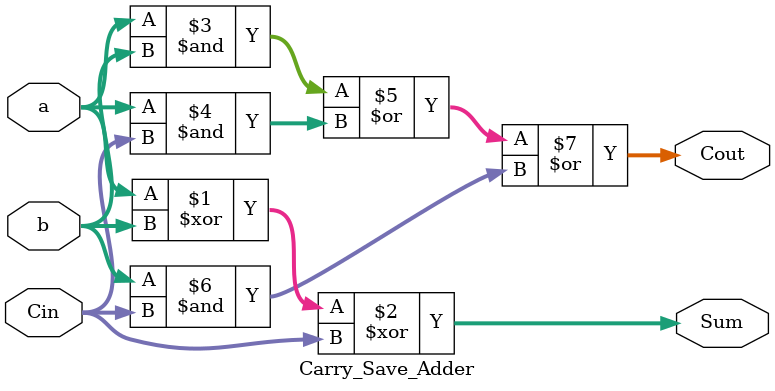
<source format=sv>
module Carry_Save_Adder(
	a, b, Cin, Sum, Cout
);

parameter bits = 4;

input logic [bits-1:0] a;
input logic [bits-1:0] b;
input logic [bits-1:0] Cin;
output logic [bits-1:0] Sum;
output logic [bits-1:0] Cout;

assign Sum = a ^ b ^ Cin;
assign Cout = (a & b) | (a & Cin) | (b & Cin);

endmodule

</source>
